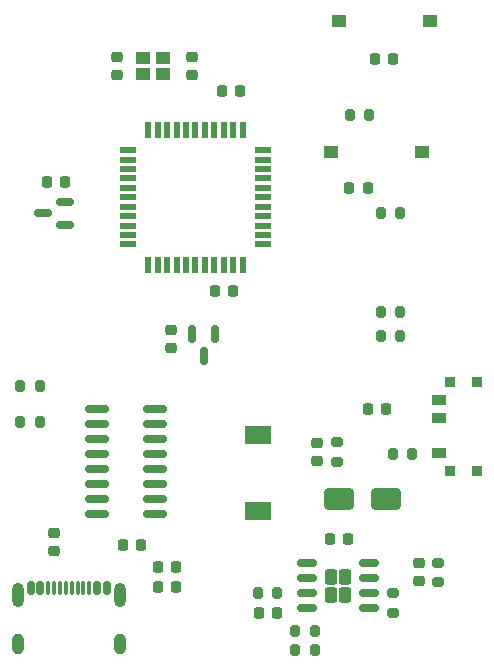
<source format=gbr>
%TF.GenerationSoftware,KiCad,Pcbnew,8.0.4*%
%TF.CreationDate,2025-03-11T16:32:05+07:00*%
%TF.ProjectId,Hoang_Trung_An_BTL,486f616e-675f-4547-9275-6e675f416e5f,rev?*%
%TF.SameCoordinates,Original*%
%TF.FileFunction,Paste,Top*%
%TF.FilePolarity,Positive*%
%FSLAX46Y46*%
G04 Gerber Fmt 4.6, Leading zero omitted, Abs format (unit mm)*
G04 Created by KiCad (PCBNEW 8.0.4) date 2025-03-11 16:32:05*
%MOMM*%
%LPD*%
G01*
G04 APERTURE LIST*
G04 Aperture macros list*
%AMRoundRect*
0 Rectangle with rounded corners*
0 $1 Rounding radius*
0 $2 $3 $4 $5 $6 $7 $8 $9 X,Y pos of 4 corners*
0 Add a 4 corners polygon primitive as box body*
4,1,4,$2,$3,$4,$5,$6,$7,$8,$9,$2,$3,0*
0 Add four circle primitives for the rounded corners*
1,1,$1+$1,$2,$3*
1,1,$1+$1,$4,$5*
1,1,$1+$1,$6,$7*
1,1,$1+$1,$8,$9*
0 Add four rect primitives between the rounded corners*
20,1,$1+$1,$2,$3,$4,$5,0*
20,1,$1+$1,$4,$5,$6,$7,0*
20,1,$1+$1,$6,$7,$8,$9,0*
20,1,$1+$1,$8,$9,$2,$3,0*%
G04 Aperture macros list end*
%ADD10RoundRect,0.225000X0.250000X-0.225000X0.250000X0.225000X-0.250000X0.225000X-0.250000X-0.225000X0*%
%ADD11RoundRect,0.200000X0.200000X0.275000X-0.200000X0.275000X-0.200000X-0.275000X0.200000X-0.275000X0*%
%ADD12RoundRect,0.150000X-0.150000X0.587500X-0.150000X-0.587500X0.150000X-0.587500X0.150000X0.587500X0*%
%ADD13RoundRect,0.225000X-0.225000X-0.250000X0.225000X-0.250000X0.225000X0.250000X-0.225000X0.250000X0*%
%ADD14RoundRect,0.250000X-0.275000X-0.420000X0.275000X-0.420000X0.275000X0.420000X-0.275000X0.420000X0*%
%ADD15RoundRect,0.150000X-0.662500X-0.150000X0.662500X-0.150000X0.662500X0.150000X-0.662500X0.150000X0*%
%ADD16RoundRect,0.225000X0.225000X0.250000X-0.225000X0.250000X-0.225000X-0.250000X0.225000X-0.250000X0*%
%ADD17RoundRect,0.200000X-0.275000X0.200000X-0.275000X-0.200000X0.275000X-0.200000X0.275000X0.200000X0*%
%ADD18RoundRect,0.150000X-0.825000X-0.150000X0.825000X-0.150000X0.825000X0.150000X-0.825000X0.150000X0*%
%ADD19RoundRect,0.200000X0.275000X-0.200000X0.275000X0.200000X-0.275000X0.200000X-0.275000X-0.200000X0*%
%ADD20RoundRect,0.225000X-0.250000X0.225000X-0.250000X-0.225000X0.250000X-0.225000X0.250000X0.225000X0*%
%ADD21R,1.244600X0.889000*%
%ADD22R,0.939800X0.812800*%
%ADD23R,1.250000X1.000000*%
%ADD24RoundRect,0.200000X-0.200000X-0.275000X0.200000X-0.275000X0.200000X0.275000X-0.200000X0.275000X0*%
%ADD25R,1.150000X1.000000*%
%ADD26RoundRect,0.250000X-1.000000X-0.650000X1.000000X-0.650000X1.000000X0.650000X-1.000000X0.650000X0*%
%ADD27R,0.482600X1.473200*%
%ADD28R,1.473200X0.482600*%
%ADD29RoundRect,0.150000X0.587500X0.150000X-0.587500X0.150000X-0.587500X-0.150000X0.587500X-0.150000X0*%
%ADD30R,2.200000X1.500000*%
%ADD31RoundRect,0.218750X0.218750X0.256250X-0.218750X0.256250X-0.218750X-0.256250X0.218750X-0.256250X0*%
%ADD32RoundRect,0.150000X-0.150000X-0.425000X0.150000X-0.425000X0.150000X0.425000X-0.150000X0.425000X0*%
%ADD33RoundRect,0.075000X-0.075000X-0.500000X0.075000X-0.500000X0.075000X0.500000X-0.075000X0.500000X0*%
%ADD34O,1.000000X2.100000*%
%ADD35O,1.000000X1.800000*%
G04 APERTURE END LIST*
D10*
%TO.C,C9*%
X226122000Y-112906900D03*
X226122000Y-111356900D03*
%TD*%
D11*
%TO.C,R6*%
X225547000Y-102106900D03*
X223897000Y-102106900D03*
%TD*%
D12*
%TO.C,Q1*%
X208850000Y-91962500D03*
X206950000Y-91962500D03*
X207900000Y-93837500D03*
%TD*%
D13*
%TO.C,C14*%
X204047000Y-113356900D03*
X205597000Y-113356900D03*
%TD*%
D14*
%TO.C,U2*%
X218642000Y-112506900D03*
X218642000Y-114106900D03*
X219902000Y-112506900D03*
X219902000Y-114106900D03*
D15*
X216634500Y-111401900D03*
X216634500Y-112671900D03*
X216634500Y-113941900D03*
X216634500Y-115211900D03*
X221909500Y-115211900D03*
X221909500Y-113941900D03*
X221909500Y-112671900D03*
X221909500Y-111401900D03*
%TD*%
D11*
%TO.C,R12*%
X194025000Y-96400000D03*
X192375000Y-96400000D03*
%TD*%
%TO.C,R9*%
X217297000Y-117156900D03*
X215647000Y-117156900D03*
%TD*%
D13*
%TO.C,C4*%
X209425000Y-71400000D03*
X210975000Y-71400000D03*
%TD*%
%TO.C,C13*%
X204047000Y-111656900D03*
X205597000Y-111656900D03*
%TD*%
D16*
%TO.C,R18*%
X196175000Y-79100000D03*
X194625000Y-79100000D03*
%TD*%
D17*
%TO.C,R11*%
X219172000Y-101156900D03*
X219172000Y-102806900D03*
%TD*%
D18*
%TO.C,U1*%
X198847000Y-98311900D03*
X198847000Y-99581900D03*
X198847000Y-100851900D03*
X198847000Y-102121900D03*
X198847000Y-103391900D03*
X198847000Y-104661900D03*
X198847000Y-105931900D03*
X198847000Y-107201900D03*
X203797000Y-107201900D03*
X203797000Y-105931900D03*
X203797000Y-104661900D03*
X203797000Y-103391900D03*
X203797000Y-102121900D03*
X203797000Y-100851900D03*
X203797000Y-99581900D03*
X203797000Y-98311900D03*
%TD*%
D19*
%TO.C,R5*%
X227772000Y-112981900D03*
X227772000Y-111331900D03*
%TD*%
D20*
%TO.C,R17*%
X205100000Y-91625000D03*
X205100000Y-93175000D03*
%TD*%
D13*
%TO.C,C8*%
X220225000Y-79600000D03*
X221775000Y-79600000D03*
%TD*%
D17*
%TO.C,R7*%
X223922000Y-113906900D03*
X223922000Y-115556900D03*
%TD*%
D20*
%TO.C,C2*%
X200600000Y-68525000D03*
X200600000Y-70075000D03*
%TD*%
D11*
%TO.C,R1*%
X221925000Y-73400000D03*
X220275000Y-73400000D03*
%TD*%
%TO.C,R13*%
X194025000Y-99400000D03*
X192375000Y-99400000D03*
%TD*%
D21*
%TO.C,SW4*%
X227846820Y-102056200D03*
X227846820Y-99059000D03*
X227846820Y-97560400D03*
D22*
X228791700Y-103608140D03*
X228791700Y-96008460D03*
X231052300Y-103608140D03*
X231052300Y-96008460D03*
%TD*%
D10*
%TO.C,C1*%
X206900000Y-70075000D03*
X206900000Y-68525000D03*
%TD*%
D13*
%TO.C,C10*%
X218572000Y-109306900D03*
X220122000Y-109306900D03*
%TD*%
D23*
%TO.C,SW1*%
X226400000Y-76600000D03*
X218650000Y-76600000D03*
%TD*%
D24*
%TO.C,R2*%
X222875000Y-81700000D03*
X224525000Y-81700000D03*
%TD*%
D13*
%TO.C,R14*%
X201047000Y-109856900D03*
X202597000Y-109856900D03*
%TD*%
D11*
%TO.C,R4*%
X224525000Y-92100000D03*
X222875000Y-92100000D03*
%TD*%
%TO.C,R10*%
X214147000Y-113906900D03*
X212497000Y-113906900D03*
%TD*%
D24*
%TO.C,R8*%
X215672000Y-118756900D03*
X217322000Y-118756900D03*
%TD*%
D25*
%TO.C,Y3*%
X204475000Y-68600000D03*
X202725000Y-68600000D03*
X202725000Y-70000000D03*
X204475000Y-70000000D03*
%TD*%
D26*
%TO.C,D2*%
X219322000Y-105906900D03*
X223322000Y-105906900D03*
%TD*%
D23*
%TO.C,SW3*%
X227075000Y-65500000D03*
X219325000Y-65500000D03*
%TD*%
D13*
%TO.C,C3*%
X208825000Y-88300000D03*
X210375000Y-88300000D03*
%TD*%
D27*
%TO.C,U4*%
X203212200Y-86140400D03*
X203999600Y-86140400D03*
X204812400Y-86140400D03*
X205599800Y-86140400D03*
X206412600Y-86140400D03*
X207200000Y-86140400D03*
X207987400Y-86140400D03*
X208800200Y-86140400D03*
X209587600Y-86140400D03*
X210400400Y-86140400D03*
X211187800Y-86140400D03*
D28*
X212940400Y-84387800D03*
X212940400Y-83600400D03*
X212940400Y-82787600D03*
X212940400Y-82000200D03*
X212940400Y-81187400D03*
X212940400Y-80400000D03*
X212940400Y-79612600D03*
X212940400Y-78799800D03*
X212940400Y-78012400D03*
X212940400Y-77199600D03*
X212940400Y-76412200D03*
D27*
X211187800Y-74659600D03*
X210400400Y-74659600D03*
X209587600Y-74659600D03*
X208800200Y-74659600D03*
X207987400Y-74659600D03*
X207200000Y-74659600D03*
X206412600Y-74659600D03*
X205599800Y-74659600D03*
X204812400Y-74659600D03*
X203999600Y-74659600D03*
X203212200Y-74659600D03*
D28*
X201459600Y-76412200D03*
X201459600Y-77199600D03*
X201459600Y-78012400D03*
X201459600Y-78799800D03*
X201459600Y-79612600D03*
X201459600Y-80400000D03*
X201459600Y-81187400D03*
X201459600Y-82000200D03*
X201459600Y-82787600D03*
X201459600Y-83600400D03*
X201459600Y-84387800D03*
%TD*%
D20*
%TO.C,C12*%
X217472000Y-101206900D03*
X217472000Y-102756900D03*
%TD*%
%TO.C,R15*%
X195222000Y-108781900D03*
X195222000Y-110331900D03*
%TD*%
D11*
%TO.C,R3*%
X224525000Y-90100000D03*
X222875000Y-90100000D03*
%TD*%
D29*
%TO.C,Q2*%
X196137500Y-82718100D03*
X196137500Y-80818100D03*
X194262500Y-81768100D03*
%TD*%
D13*
%TO.C,C11*%
X212547000Y-115606900D03*
X214097000Y-115606900D03*
%TD*%
D30*
%TO.C,L1*%
X212522000Y-106956900D03*
X212522000Y-100556900D03*
%TD*%
D31*
%TO.C,D1*%
X223359500Y-98356900D03*
X221784500Y-98356900D03*
%TD*%
D16*
%TO.C,R16*%
X223950000Y-68700000D03*
X222400000Y-68700000D03*
%TD*%
D32*
%TO.C,J3*%
X193272000Y-113456900D03*
X194072000Y-113456900D03*
D33*
X195222000Y-113456900D03*
X196222000Y-113456900D03*
X196722000Y-113456900D03*
X197722000Y-113456900D03*
D32*
X198872000Y-113456900D03*
X199672000Y-113456900D03*
X199672000Y-113456900D03*
X198872000Y-113456900D03*
D33*
X198222000Y-113456900D03*
X197222000Y-113456900D03*
X195722000Y-113456900D03*
X194722000Y-113456900D03*
D32*
X194072000Y-113456900D03*
X193272000Y-113456900D03*
D34*
X192152000Y-114031900D03*
D35*
X192152000Y-118211900D03*
D34*
X200792000Y-114031900D03*
D35*
X200792000Y-118211900D03*
%TD*%
M02*

</source>
